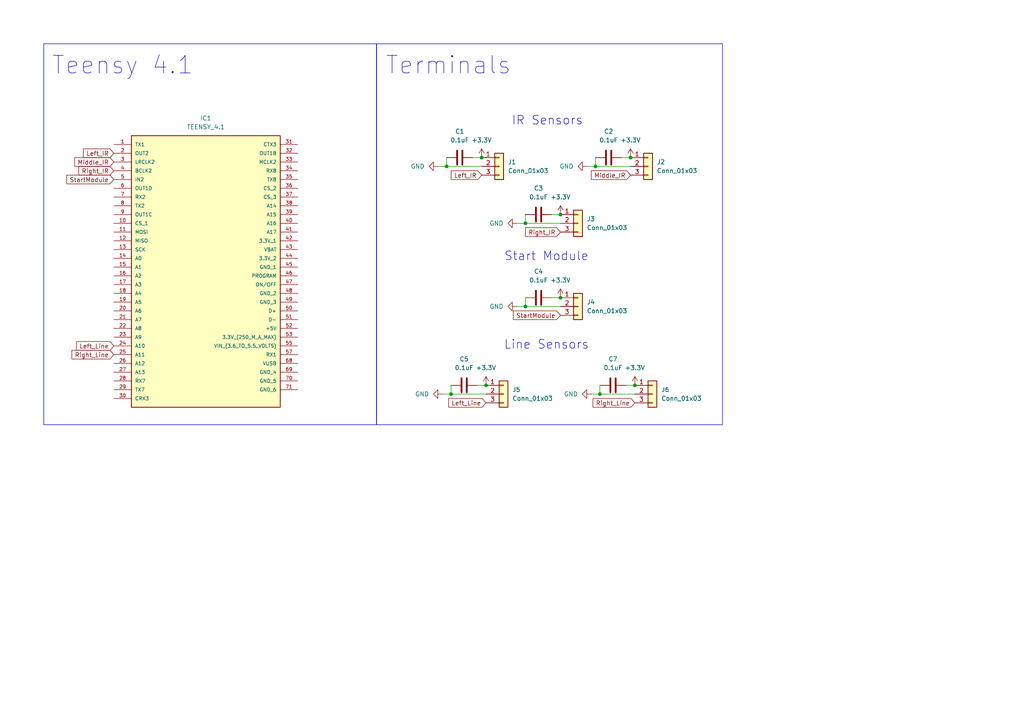
<source format=kicad_sch>
(kicad_sch (version 20231120) (generator "eeschema") (generator_version "8.0")
  (paper "A4")
  (lib_symbols
    (symbol "Connector_Generic:Conn_01x03" (pin_names (offset 1.016) hide)
      (property "Reference" "J" (at 0 5.08 0))
      (property "Value" "Conn_01x03" (at 0 -5.08 0))
      (symbol "Conn_01x03_1_1"
        (rectangle (start -1.27 -2.413) (end 0 -2.667) (stroke (width 0.1524)))
        (rectangle (start -1.27 0.127) (end 0 -0.127) (stroke (width 0.1524)))
        (rectangle (start -1.27 2.667) (end 0 2.413) (stroke (width 0.1524)))
        (rectangle (start -1.27 3.81) (end 1.27 -3.81) (stroke (width 0.254)) (fill (type background)))
        (pin passive line (at -5.08 2.54 0) (length 3.81) (name "Pin_1") (number "1"))
        (pin passive line (at -5.08 0 0) (length 3.81) (name "Pin_2") (number "2"))
        (pin passive line (at -5.08 -2.54 0) (length 3.81) (name "Pin_3") (number "3"))
      )
    )
    (symbol "Device:C" (pin_numbers hide) (pin_names (offset 0.254))
      (property "Reference" "C" (at 0.635 2.54 0))
      (property "Value" "C" (at 0.635 -2.54 0))
      (symbol "C_0_1"
        (polyline (pts (xy -2.032 -0.762) (xy 2.032 -0.762)) (stroke (width 0.508)))
        (polyline (pts (xy -2.032 0.762) (xy 2.032 0.762)) (stroke (width 0.508)))
      )
      (symbol "C_1_1"
        (pin passive line (at 0 3.81 270) (length 2.794) (name "~") (number "1"))
        (pin passive line (at 0 -3.81 90) (length 2.794) (name "~") (number "2"))
      )
    )
    (symbol "TEENSY_4.1:TEENSY_4.1" (pin_names (offset 1.016))
      (property "Reference" "IC" (at 49.53 7.62 0))
      (property "Value" "TEENSY_4.1" (at 49.53 5.08 0))
      (symbol "TEENSY_4.1_0_0"
        (rectangle (start 5.08 -76.2) (end 48.26 2.54) (stroke (width 0.254)) (fill (type background)))
        (pin bidirectional line (at 0 0 0) (length 5.08) (name "TX1") (number "1"))
        (pin bidirectional line (at 0 -22.86 0) (length 5.08) (name "CS_1") (number "10"))
        (pin bidirectional line (at 0 -25.4 0) (length 5.08) (name "MOSI") (number "11"))
        (pin bidirectional line (at 0 -27.94 0) (length 5.08) (name "MISO") (number "12"))
        (pin bidirectional line (at 0 -30.48 0) (length 5.08) (name "SCK") (number "13"))
        (pin bidirectional line (at 0 -33.02 0) (length 5.08) (name "A0") (number "14"))
        (pin bidirectional line (at 0 -35.56 0) (length 5.08) (name "A1") (number "15"))
        (pin bidirectional line (at 0 -38.1 0) (length 5.08) (name "A2") (number "16"))
        (pin bidirectional line (at 0 -40.64 0) (length 5.08) (name "A3") (number "17"))
        (pin bidirectional line (at 0 -43.18 0) (length 5.08) (name "A4") (number "18"))
        (pin bidirectional line (at 0 -45.72 0) (length 5.08) (name "A5") (number "19"))
        (pin bidirectional line (at 0 -2.54 0) (length 5.08) (name "OUT2") (number "2"))
        (pin bidirectional line (at 0 -48.26 0) (length 5.08) (name "A6") (number "20"))
        (pin bidirectional line (at 0 -50.8 0) (length 5.08) (name "A7") (number "21"))
        (pin bidirectional line (at 0 -53.34 0) (length 5.08) (name "A8") (number "22"))
        (pin bidirectional line (at 0 -55.88 0) (length 5.08) (name "A9") (number "23"))
        (pin bidirectional line (at 0 -58.42 0) (length 5.08) (name "A10") (number "24"))
        (pin bidirectional line (at 0 -60.96 0) (length 5.08) (name "A11") (number "25"))
        (pin bidirectional line (at 0 -63.5 0) (length 5.08) (name "A12") (number "26"))
        (pin bidirectional line (at 0 -66.04 0) (length 5.08) (name "A13") (number "27"))
        (pin bidirectional line (at 0 -68.58 0) (length 5.08) (name "RX7") (number "28"))
        (pin bidirectional line (at 0 -71.12 0) (length 5.08) (name "TX7") (number "29"))
        (pin bidirectional line (at 0 -5.08 0) (length 5.08) (name "LRCLK2") (number "3"))
        (pin bidirectional line (at 0 -73.66 0) (length 5.08) (name "CRX3") (number "30"))
        (pin bidirectional line (at 53.34 0 180) (length 5.08) (name "CTX3") (number "31"))
        (pin bidirectional line (at 53.34 -2.54 180) (length 5.08) (name "OUT1B") (number "32"))
        (pin bidirectional line (at 53.34 -5.08 180) (length 5.08) (name "MCLK2") (number "33"))
        (pin bidirectional line (at 53.34 -7.62 180) (length 5.08) (name "RX8") (number "34"))
        (pin bidirectional line (at 53.34 -10.16 180) (length 5.08) (name "TX8") (number "35"))
        (pin bidirectional line (at 53.34 -12.7 180) (length 5.08) (name "CS_2") (number "36"))
        (pin bidirectional line (at 53.34 -15.24 180) (length 5.08) (name "CS_3") (number "37"))
        (pin bidirectional line (at 53.34 -17.78 180) (length 5.08) (name "A14") (number "38"))
        (pin bidirectional line (at 53.34 -20.32 180) (length 5.08) (name "A15") (number "39"))
        (pin bidirectional line (at 0 -7.62 0) (length 5.08) (name "BCLK2") (number "4"))
        (pin bidirectional line (at 53.34 -22.86 180) (length 5.08) (name "A16") (number "40"))
        (pin bidirectional line (at 53.34 -25.4 180) (length 5.08) (name "A17") (number "41"))
        (pin bidirectional line (at 53.34 -27.94 180) (length 5.08) (name "3.3V_1") (number "42"))
        (pin bidirectional line (at 53.34 -30.48 180) (length 5.08) (name "VBAT") (number "43"))
        (pin bidirectional line (at 53.34 -33.02 180) (length 5.08) (name "3.3V_2") (number "44"))
        (pin bidirectional line (at 53.34 -35.56 180) (length 5.08) (name "GND_1") (number "45"))
        (pin bidirectional line (at 53.34 -38.1 180) (length 5.08) (name "PROGRAM") (number "46"))
        (pin bidirectional line (at 53.34 -40.64 180) (length 5.08) (name "ON/OFF") (number "47"))
        (pin bidirectional line (at 53.34 -43.18 180) (length 5.08) (name "GND_2") (number "48"))
        (pin bidirectional line (at 53.34 -45.72 180) (length 5.08) (name "GND_3") (number "49"))
        (pin bidirectional line (at 0 -10.16 0) (length 5.08) (name "IN2") (number "5"))
        (pin bidirectional line (at 53.34 -48.26 180) (length 5.08) (name "D+") (number "50"))
        (pin bidirectional line (at 53.34 -50.8 180) (length 5.08) (name "D-") (number "51"))
        (pin bidirectional line (at 53.34 -53.34 180) (length 5.08) (name "+5V") (number "52"))
        (pin bidirectional line (at 53.34 -55.88 180) (length 5.08) (name "3.3V_(250_M_A_MAX)") (number "53"))
        (pin bidirectional line (at 53.34 -58.42 180) (length 5.08) (name "VIN_(3.6_TO_5.5_VOLTS)") (number "55"))
        (pin bidirectional line (at 53.34 -60.96 180) (length 5.08) (name "RX1") (number "57"))
        (pin bidirectional line (at 0 -12.7 0) (length 5.08) (name "OUT1D") (number "6"))
        (pin bidirectional line (at 53.34 -63.5 180) (length 5.08) (name "VUSB") (number "68"))
        (pin bidirectional line (at 53.34 -66.04 180) (length 5.08) (name "GND_4") (number "69"))
        (pin bidirectional line (at 0 -15.24 0) (length 5.08) (name "RX2") (number "7"))
        (pin bidirectional line (at 53.34 -68.58 180) (length 5.08) (name "GND_5") (number "70"))
        (pin bidirectional line (at 53.34 -71.12 180) (length 5.08) (name "GND_6") (number "71"))
        (pin bidirectional line (at 0 -17.78 0) (length 5.08) (name "TX2") (number "8"))
        (pin bidirectional line (at 0 -20.32 0) (length 5.08) (name "OUT1C") (number "9"))
      )
    )
    (symbol "power:+3.3V" (power) (pin_numbers hide) (pin_names (offset 0) hide)
      (property "Value" "+3.3V" (at 0 3.556 0))
      (symbol "+3.3V_0_1"
        (polyline (pts (xy -0.762 1.27) (xy 0 2.54)))
        (polyline (pts (xy 0 0) (xy 0 2.54)))
        (polyline (pts (xy 0 2.54) (xy 0.762 1.27)))
      )
      (symbol "+3.3V_1_1"
        (pin power_in line (at 0 0 90) (length 0) (name "~") (number "1"))
      )
    )
    (symbol "power:GND" (power) (pin_numbers hide) (pin_names (offset 0) hide)
      (property "Value" "GND" (at 0 -3.81 0))
      (symbol "GND_0_1"
        (polyline (pts (xy 0 0) (xy 0 -1.27) (xy 1.27 -1.27) (xy 0 -2.54) (xy -1.27 -1.27) (xy 0 -1.27)))
      )
      (symbol "GND_1_1"
        (pin power_in line (at 0 0 270) (length 0) (name "~") (number "1"))
      )
    )
  )
  (junction (at 182.88 45.72))
  (junction (at 139.7 45.72))
  (junction (at 172.72 48.26))
  (junction (at 140.97 111.76))
  (junction (at 130.81 114.3))
  (junction (at 162.56 62.23))
  (junction (at 152.4 64.77))
  (junction (at 173.99 114.3))
  (junction (at 129.54 48.26))
  (junction (at 184.15 111.76))
  (junction (at 152.4 88.9))
  (junction (at 162.56 86.36))
  (wire (pts (xy 173.99 111.76) (xy 173.99 114.3)))
  (wire (pts (xy 127 48.26) (xy 129.54 48.26)))
  (wire (pts (xy 171.45 114.3) (xy 173.99 114.3)))
  (wire (pts (xy 129.54 48.26) (xy 139.7 48.26)))
  (wire (pts (xy 137.16 45.72) (xy 139.7 45.72)))
  (wire (pts (xy 152.4 88.9) (xy 162.56 88.9)))
  (wire (pts (xy 172.72 48.26) (xy 182.88 48.26)))
  (wire (pts (xy 152.4 86.36) (xy 152.4 88.9)))
  (wire (pts (xy 181.61 111.76) (xy 184.15 111.76)))
  (wire (pts (xy 173.99 114.3) (xy 184.15 114.3)))
  (wire (pts (xy 152.4 62.23) (xy 152.4 64.77)))
  (wire (pts (xy 128.27 114.3) (xy 130.81 114.3)))
  (wire (pts (xy 160.02 86.36) (xy 162.56 86.36)))
  (wire (pts (xy 180.34 45.72) (xy 182.88 45.72)))
  (wire (pts (xy 138.43 111.76) (xy 140.97 111.76)))
  (wire (pts (xy 152.4 64.77) (xy 162.56 64.77)))
  (wire (pts (xy 149.86 64.77) (xy 152.4 64.77)))
  (wire (pts (xy 129.54 45.72) (xy 129.54 48.26)))
  (wire (pts (xy 170.18 48.26) (xy 172.72 48.26)))
  (wire (pts (xy 172.72 45.72) (xy 172.72 48.26)))
  (wire (pts (xy 149.86 88.9) (xy 152.4 88.9)))
  (wire (pts (xy 160.02 62.23) (xy 162.56 62.23)))
  (wire (pts (xy 130.81 111.76) (xy 130.81 114.3)))
  (wire (pts (xy 130.81 114.3) (xy 140.97 114.3)))
  (rectangle (start 109.22 12.7) (end 209.55 123.19))
  (rectangle (start 12.7 12.7) (end 109.22 123.19))
  (text "IR Sensors" (at 158.75 35.052 0) (effects (font (size 2.54 2.54))))
  (text "Start Module" (at 158.496 74.422 0) (effects (font (size 2.54 2.54))))
  (text "Teensy 4.1\n" (at 35.56 19.05 0) (effects (font (size 5.08 5.08))))
  (text "Terminals" (at 130.048 19.05 0) (effects (font (size 5.08 5.08))))
  (text "Line Sensors" (at 158.496 100.076 0) (effects (font (size 2.54 2.54))))
  (global_label "Left_Line" (shape input) (at 140.97 116.84 180) (property "Intersheetrefs" "${INTERSHEET_REFS}" (effects (hide yes))))
  (global_label "Right_IR" (shape input) (at 162.56 67.31 180) (property "Intersheetrefs" "${INTERSHEET_REFS}" (effects (hide yes))))
  (global_label "Left_IR" (shape input) (at 139.7 50.8 180) (property "Intersheetrefs" "${INTERSHEET_REFS}" (effects (hide yes))))
  (global_label "StartModule" (shape input) (at 33.02 52.07 180) (property "Intersheetrefs" "${INTERSHEET_REFS}" (effects (hide yes))))
  (global_label "Right_IR" (shape input) (at 33.02 49.53 180) (property "Intersheetrefs" "${INTERSHEET_REFS}" (effects (hide yes))))
  (global_label "Left_IR" (shape input) (at 33.02 44.45 180) (property "Intersheetrefs" "${INTERSHEET_REFS}" (effects (hide yes))))
  (global_label "Left_Line" (shape input) (at 33.02 100.33 180) (property "Intersheetrefs" "${INTERSHEET_REFS}" (effects (hide yes))))
  (global_label "Right_Line" (shape input) (at 184.15 116.84 180) (property "Intersheetrefs" "${INTERSHEET_REFS}" (effects (hide yes))))
  (global_label "StartModule" (shape input) (at 162.56 91.44 180) (property "Intersheetrefs" "${INTERSHEET_REFS}" (effects (hide yes))))
  (global_label "Right_Line" (shape input) (at 33.02 102.87 180) (property "Intersheetrefs" "${INTERSHEET_REFS}" (effects (hide yes))))
  (global_label "Middle_IR" (shape input) (at 182.88 50.8 180) (property "Intersheetrefs" "${INTERSHEET_REFS}" (effects (hide yes))))
  (global_label "Middle_IR" (shape input) (at 33.02 46.99 180) (property "Intersheetrefs" "${INTERSHEET_REFS}" (effects (hide yes))))
  (symbol (lib_id "power:+3.3V") (at 162.56 86.36 0) (unit 1)
    (property "Reference" "#PWR08" (effects (hide yes)))
    (property "Value" "+3.3V" (at 162.56 81.28 0))
    (property "Description" "Power symbol creates a global label with name \"+3.3V\"" (effects (hide yes)))
  )
  (symbol (lib_id "Connector_Generic:Conn_01x03") (at 189.23 114.3 0) (unit 1)
    (property "Reference" "J6" (at 191.77 113.0299 0) (effects (justify left)))
    (property "Value" "Conn_01x03" (at 191.77 115.5699 0) (effects (justify left)))
    (property "Description" "Generic connector, single row, 01x03, script generated (kicad-library-utils/schlib/autogen/connector/)" (effects (hide yes)))
  )
  (symbol (lib_id "power:GND") (at 149.86 64.77 270) (unit 1)
    (property "Reference" "#PWR05" (effects (hide yes)))
    (property "Value" "GND" (at 146.05 64.7699 90) (effects (justify right)))
    (property "Description" "Power symbol creates a global label with name \"GND\" , ground" (effects (hide yes)))
  )
  (symbol (lib_id "power:GND") (at 128.27 114.3 270) (unit 1)
    (property "Reference" "#PWR09" (effects (hide yes)))
    (property "Value" "GND" (at 124.46 114.2999 90) (effects (justify right)))
    (property "Description" "Power symbol creates a global label with name \"GND\" , ground" (effects (hide yes)))
  )
  (symbol (lib_id "Connector_Generic:Conn_01x03") (at 167.64 64.77 0) (unit 1)
    (property "Reference" "J3" (at 170.18 63.4999 0) (effects (justify left)))
    (property "Value" "Conn_01x03" (at 170.18 66.0399 0) (effects (justify left)))
    (property "Description" "Generic connector, single row, 01x03, script generated (kicad-library-utils/schlib/autogen/connector/)" (effects (hide yes)))
  )
  (symbol (lib_id "Device:C") (at 134.62 111.76 90) (unit 1)
    (property "Reference" "C5" (at 134.62 104.14 90))
    (property "Value" "0.1uF" (at 134.62 106.68 90))
    (property "Description" "Unpolarized capacitor" (effects (hide yes)))
  )
  (symbol (lib_id "Device:C") (at 156.21 62.23 90) (unit 1)
    (property "Reference" "C3" (at 156.21 54.61 90))
    (property "Value" "0.1uF" (at 156.21 57.15 90))
    (property "Description" "Unpolarized capacitor" (effects (hide yes)))
  )
  (symbol (lib_id "power:+3.3V") (at 140.97 111.76 0) (unit 1)
    (property "Reference" "#PWR011" (effects (hide yes)))
    (property "Value" "+3.3V" (at 140.97 106.68 0))
    (property "Description" "Power symbol creates a global label with name \"+3.3V\"" (effects (hide yes)))
  )
  (symbol (lib_id "power:+3.3V") (at 182.88 45.72 0) (unit 1)
    (property "Reference" "#PWR04" (effects (hide yes)))
    (property "Value" "+3.3V" (at 182.88 40.64 0))
    (property "Description" "Power symbol creates a global label with name \"+3.3V\"" (effects (hide yes)))
  )
  (symbol (lib_id "Connector_Generic:Conn_01x03") (at 167.64 88.9 0) (unit 1)
    (property "Reference" "J4" (at 170.18 87.6299 0) (effects (justify left)))
    (property "Value" "Conn_01x03" (at 170.18 90.1699 0) (effects (justify left)))
    (property "Description" "Generic connector, single row, 01x03, script generated (kicad-library-utils/schlib/autogen/connector/)" (effects (hide yes)))
  )
  (symbol (lib_id "TEENSY_4.1:TEENSY_4.1") (at 33.02 41.91 0) (unit 1)
    (property "Reference" "IC1" (at 59.69 34.29 0))
    (property "Value" "TEENSY_4.1" (at 59.69 36.83 0))
    (property "Footprint" "TEENSY_4.1:TEENSY41" (effects (hide yes)))
    (property "Manufacturer_Name" "PJRC" (effects (hide yes)))
    (property "MF" "PJRC" (effects (hide yes)))
    (property "Description_1" "\n" (effects (hide yes)))
    (property "Price" "None" (effects (hide yes)))
    (property "Package" "None" (effects (hide yes)))
    (property "Check_prices" "https://www.snapeda.com/parts/Teensy%204.1/PJRC/view-part/?ref=eda" (effects (hide yes)))
    (property "Height" "mm" (effects (hide yes)))
    (property "MP" "Teensy 4.1" (effects (hide yes)))
    (property "SnapEDA_Link" "https://www.snapeda.com/parts/Teensy%204.1/PJRC/view-part/?ref=snap" (effects (hide yes)))
    (property "Availability" "Not in stock" (effects (hide yes)))
    (property "Manufacturer_Part_Number" "TEENSY 4.1" (effects (hide yes)))
  )
  (symbol (lib_id "Connector_Generic:Conn_01x03") (at 187.96 48.26 0) (unit 1)
    (property "Reference" "J2" (at 190.5 46.9899 0) (effects (justify left)))
    (property "Value" "Conn_01x03" (at 190.5 49.5299 0) (effects (justify left)))
    (property "Description" "Generic connector, single row, 01x03, script generated (kicad-library-utils/schlib/autogen/connector/)" (effects (hide yes)))
  )
  (symbol (lib_id "Device:C") (at 176.53 45.72 90) (unit 1)
    (property "Reference" "C2" (at 176.53 38.1 90))
    (property "Value" "0.1uF" (at 176.53 40.64 90))
    (property "Description" "Unpolarized capacitor" (effects (hide yes)))
  )
  (symbol (lib_id "power:GND") (at 171.45 114.3 270) (unit 1)
    (property "Reference" "#PWR013" (effects (hide yes)))
    (property "Value" "GND" (at 167.64 114.2999 90) (effects (justify right)))
    (property "Description" "Power symbol creates a global label with name \"GND\" , ground" (effects (hide yes)))
  )
  (symbol (lib_id "power:+3.3V") (at 184.15 111.76 0) (unit 1)
    (property "Reference" "#PWR015" (effects (hide yes)))
    (property "Value" "+3.3V" (at 184.15 106.68 0))
    (property "Description" "Power symbol creates a global label with name \"+3.3V\"" (effects (hide yes)))
  )
  (symbol (lib_id "Device:C") (at 133.35 45.72 90) (unit 1)
    (property "Reference" "C1" (at 133.35 38.1 90))
    (property "Value" "0.1uF" (at 133.35 40.64 90))
    (property "Description" "Unpolarized capacitor" (effects (hide yes)))
  )
  (symbol (lib_id "Connector_Generic:Conn_01x03") (at 146.05 114.3 0) (unit 1)
    (property "Reference" "J5" (at 148.59 113.0299 0) (effects (justify left)))
    (property "Value" "Conn_01x03" (at 148.59 115.5699 0) (effects (justify left)))
    (property "Description" "Generic connector, single row, 01x03, script generated (kicad-library-utils/schlib/autogen/connector/)" (effects (hide yes)))
  )
  (symbol (lib_id "power:+3.3V") (at 162.56 62.23 0) (unit 1)
    (property "Reference" "#PWR06" (effects (hide yes)))
    (property "Value" "+3.3V" (at 162.56 57.15 0))
    (property "Description" "Power symbol creates a global label with name \"+3.3V\"" (effects (hide yes)))
  )
  (symbol (lib_id "power:GND") (at 149.86 88.9 270) (unit 1)
    (property "Reference" "#PWR07" (effects (hide yes)))
    (property "Value" "GND" (at 146.05 88.8999 90) (effects (justify right)))
    (property "Description" "Power symbol creates a global label with name \"GND\" , ground" (effects (hide yes)))
  )
  (symbol (lib_id "power:GND") (at 127 48.26 270) (unit 1)
    (property "Reference" "#PWR02" (effects (hide yes)))
    (property "Value" "GND" (at 123.19 48.2599 90) (effects (justify right)))
    (property "Description" "Power symbol creates a global label with name \"GND\" , ground" (effects (hide yes)))
  )
  (symbol (lib_id "power:+3.3V") (at 139.7 45.72 0) (unit 1)
    (property "Reference" "#PWR01" (effects (hide yes)))
    (property "Value" "+3.3V" (at 139.7 40.64 0))
    (property "Description" "Power symbol creates a global label with name \"+3.3V\"" (effects (hide yes)))
  )
  (symbol (lib_id "power:GND") (at 170.18 48.26 270) (unit 1)
    (property "Reference" "#PWR03" (effects (hide yes)))
    (property "Value" "GND" (at 166.37 48.2599 90) (effects (justify right)))
    (property "Description" "Power symbol creates a global label with name \"GND\" , ground" (effects (hide yes)))
  )
  (symbol (lib_id "Connector_Generic:Conn_01x03") (at 144.78 48.26 0) (unit 1)
    (property "Reference" "J1" (at 147.32 46.9899 0) (effects (justify left)))
    (property "Value" "Conn_01x03" (at 147.32 49.5299 0) (effects (justify left)))
    (property "Description" "Generic connector, single row, 01x03, script generated (kicad-library-utils/schlib/autogen/connector/)" (effects (hide yes)))
  )
  (symbol (lib_id "Device:C") (at 177.8 111.76 90) (unit 1)
    (property "Reference" "C7" (at 177.8 104.14 90))
    (property "Value" "0.1uF" (at 177.8 106.68 90))
    (property "Description" "Unpolarized capacitor" (effects (hide yes)))
  )
  (symbol (lib_id "Device:C") (at 156.21 86.36 90) (unit 1)
    (property "Reference" "C4" (at 156.21 78.74 90))
    (property "Value" "0.1uF" (at 156.21 81.28 90))
    (property "Description" "Unpolarized capacitor" (effects (hide yes)))
  )
)
</source>
